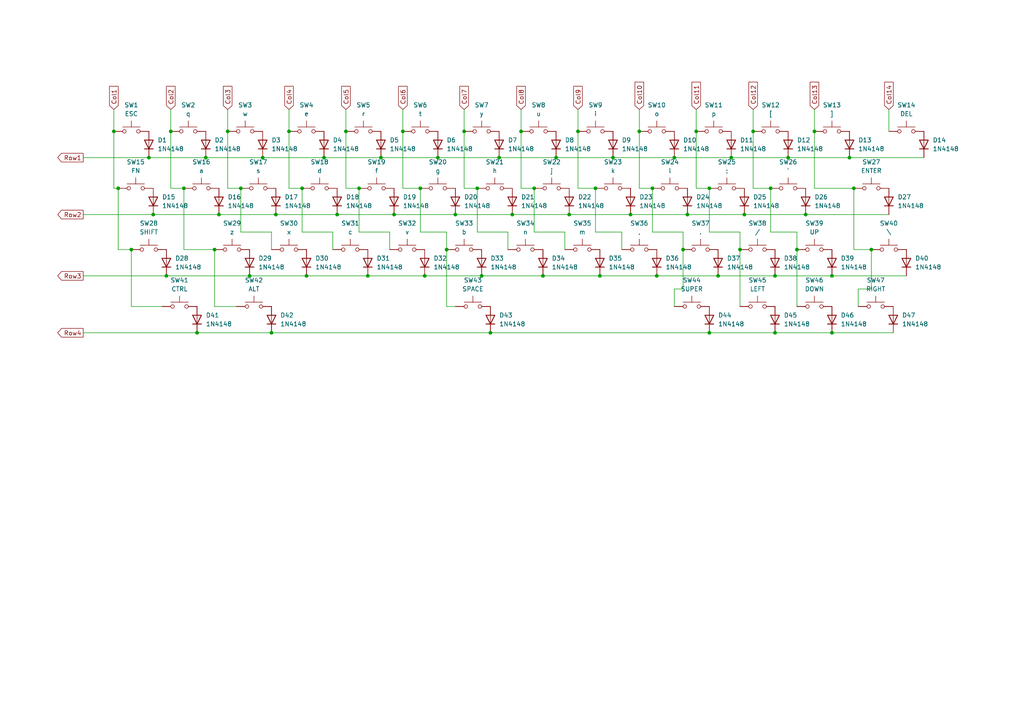
<source format=kicad_sch>
(kicad_sch (version 20250114) (generator "eeschema") (generator_version "9.0")
  (paper "A4")
  (lib_symbols
    (symbol "Diode:1N4148" (pin_numbers (hide yes)) (pin_names (hide yes))
      (property "Reference" "D" (at 0 2.54 0))
      (property "Value" "1N4148" (at 0 -2.54 0))
      (symbol "1N4148_0_1"
        (polyline (pts (xy -1.27 1.27) (xy -1.27 -1.27)) (stroke (width 0.254)))
        (polyline (pts (xy 1.27 1.27) (xy 1.27 -1.27) (xy -1.27 0) (xy 1.27 1.27)) (stroke (width 0.254)))
        (polyline (pts (xy 1.27 0) (xy -1.27 0)))
      )
      (symbol "1N4148_1_1"
        (pin passive line (at -3.81 0 0) (length 2.54) (name "K") (number "1"))
        (pin passive line (at 3.81 0 180) (length 2.54) (name "A") (number "2"))
      )
    )
    (symbol "Switch:SW_MEC_5G" (pin_numbers (hide yes)) (pin_names (offset 1.016) (hide yes))
      (property "Reference" "SW" (at 1.27 2.54 0))
      (property "Value" "SW_MEC_5G" (at 0 -1.524 0))
      (symbol "SW_MEC_5G_0_1"
        (circle (center -2.032 0) (radius 0.508))
        (polyline (pts (xy 0 1.27) (xy 0 3.048)))
        (circle (center 2.032 0) (radius 0.508))
        (polyline (pts (xy 2.54 1.27) (xy -2.54 1.27)))
        (pin passive line (at -5.08 0 0) (length 2.54) (name "A") (number "1"))
        (pin passive line (at 5.08 0 180) (length 2.54) (name "B") (number "3"))
      )
      (symbol "SW_MEC_5G_1_1"
        (pin passive line (at -5.08 0 0) (length 2.54) (hide yes) (name "A") (number "2"))
        (pin passive line (at 5.08 0 180) (length 2.54) (hide yes) (name "B") (number "4"))
      )
    )
  )
  (junction (at 33.02 38.1))
  (junction (at 110.49 45.72))
  (junction (at 215.9 62.23))
  (junction (at 195.58 45.72))
  (junction (at 57.15 96.52))
  (junction (at 80.01 62.23))
  (junction (at 177.8 45.72))
  (junction (at 212.09 45.72))
  (junction (at 157.48 80.01))
  (junction (at 173.99 80.01))
  (junction (at 132.08 62.23))
  (junction (at 59.69 45.72))
  (junction (at 69.85 54.61))
  (junction (at 205.74 96.52))
  (junction (at 106.68 80.01))
  (junction (at 49.53 38.1))
  (junction (at 116.84 38.1))
  (junction (at 231.14 72.39))
  (junction (at 44.45 62.23))
  (junction (at 48.26 80.01))
  (junction (at 139.7 80.01))
  (junction (at 127 45.72))
  (junction (at 34.29 54.61))
  (junction (at 224.79 80.01))
  (junction (at 161.29 45.72))
  (junction (at 182.88 62.23))
  (junction (at 223.52 54.61))
  (junction (at 201.93 38.1))
  (junction (at 218.44 38.1))
  (junction (at 246.38 45.72))
  (junction (at 165.1 62.23))
  (junction (at 63.5 62.23))
  (junction (at 154.94 54.61))
  (junction (at 241.3 96.52))
  (junction (at 138.43 54.61))
  (junction (at 123.19 80.01))
  (junction (at 241.3 80.01))
  (junction (at 151.13 38.1))
  (junction (at 167.64 38.1))
  (junction (at 104.14 54.61))
  (junction (at 66.04 38.1))
  (junction (at 43.18 45.72))
  (junction (at 129.54 72.39))
  (junction (at 233.68 62.23))
  (junction (at 185.42 38.1))
  (junction (at 142.24 96.52))
  (junction (at 53.34 54.61))
  (junction (at 83.82 38.1))
  (junction (at 72.39 80.01))
  (junction (at 252.73 72.39))
  (junction (at 172.72 54.61))
  (junction (at 208.28 80.01))
  (junction (at 93.98 45.72))
  (junction (at 78.74 96.52))
  (junction (at 144.78 45.72))
  (junction (at 114.3 62.23))
  (junction (at 38.1 72.39))
  (junction (at 148.59 62.23))
  (junction (at 97.79 62.23))
  (junction (at 100.33 38.1))
  (junction (at 87.63 54.61))
  (junction (at 88.9 80.01))
  (junction (at 228.6 45.72))
  (junction (at 121.92 54.61))
  (junction (at 199.39 62.23))
  (junction (at 198.12 72.39))
  (junction (at 224.79 96.52))
  (junction (at 214.63 72.39))
  (junction (at 76.2 45.72))
  (junction (at 134.62 38.1))
  (junction (at 189.23 54.61))
  (junction (at 190.5 80.01))
  (junction (at 236.22 38.1))
  (junction (at 205.74 54.61))
  (junction (at 247.65 54.61))
  (junction (at 62.23 72.39))
  (wire (pts (xy 214.63 67.31) (xy 214.63 72.39)))
  (wire (pts (xy 138.43 67.31) (xy 147.32 67.31)))
  (wire (pts (xy 201.93 31.75) (xy 201.93 38.1)))
  (wire (pts (xy 214.63 72.39) (xy 214.63 88.9)))
  (wire (pts (xy 180.34 67.31) (xy 180.34 72.39)))
  (wire (pts (xy 236.22 54.61) (xy 247.65 54.61)))
  (wire (pts (xy 110.49 45.72) (xy 127 45.72)))
  (wire (pts (xy 177.8 45.72) (xy 195.58 45.72)))
  (wire (pts (xy 252.73 83.82) (xy 248.92 83.82)))
  (wire (pts (xy 49.53 31.75) (xy 49.53 38.1)))
  (wire (pts (xy 87.63 54.61) (xy 87.63 67.31)))
  (wire (pts (xy 132.08 62.23) (xy 148.59 62.23)))
  (wire (pts (xy 195.58 45.72) (xy 212.09 45.72)))
  (wire (pts (xy 223.52 54.61) (xy 223.52 67.31)))
  (wire (pts (xy 223.52 67.31) (xy 231.14 67.31)))
  (wire (pts (xy 66.04 38.1) (xy 66.04 54.61)))
  (wire (pts (xy 205.74 96.52) (xy 224.79 96.52)))
  (wire (pts (xy 224.79 80.01) (xy 241.3 80.01)))
  (wire (pts (xy 151.13 31.75) (xy 151.13 38.1)))
  (wire (pts (xy 151.13 54.61) (xy 154.94 54.61)))
  (wire (pts (xy 116.84 31.75) (xy 116.84 38.1)))
  (wire (pts (xy 116.84 54.61) (xy 121.92 54.61)))
  (wire (pts (xy 185.42 38.1) (xy 185.42 54.61)))
  (wire (pts (xy 104.14 54.61) (xy 104.14 67.31)))
  (wire (pts (xy 201.93 38.1) (xy 201.93 54.61)))
  (wire (pts (xy 167.64 38.1) (xy 167.64 54.61)))
  (wire (pts (xy 205.74 67.31) (xy 214.63 67.31)))
  (wire (pts (xy 113.03 67.31) (xy 113.03 72.39)))
  (wire (pts (xy 127 45.72) (xy 144.78 45.72)))
  (wire (pts (xy 134.62 54.61) (xy 138.43 54.61)))
  (wire (pts (xy 163.83 67.31) (xy 163.83 72.39)))
  (wire (pts (xy 53.34 72.39) (xy 62.23 72.39)))
  (wire (pts (xy 231.14 67.31) (xy 231.14 72.39)))
  (wire (pts (xy 189.23 67.31) (xy 198.12 67.31)))
  (wire (pts (xy 198.12 72.39) (xy 198.12 83.82)))
  (wire (pts (xy 161.29 45.72) (xy 177.8 45.72)))
  (wire (pts (xy 208.28 80.01) (xy 224.79 80.01)))
  (wire (pts (xy 59.69 45.72) (xy 76.2 45.72)))
  (wire (pts (xy 218.44 31.75) (xy 218.44 38.1)))
  (wire (pts (xy 144.78 45.72) (xy 161.29 45.72)))
  (wire (pts (xy 129.54 72.39) (xy 129.54 88.9)))
  (wire (pts (xy 233.68 62.23) (xy 257.81 62.23)))
  (wire (pts (xy 24.13 62.23) (xy 44.45 62.23)))
  (wire (pts (xy 49.53 54.61) (xy 53.34 54.61)))
  (wire (pts (xy 57.15 96.52) (xy 78.74 96.52)))
  (wire (pts (xy 198.12 83.82) (xy 195.58 83.82)))
  (wire (pts (xy 78.74 96.52) (xy 142.24 96.52)))
  (wire (pts (xy 154.94 67.31) (xy 163.83 67.31)))
  (wire (pts (xy 69.85 67.31) (xy 78.74 67.31)))
  (wire (pts (xy 104.14 67.31) (xy 113.03 67.31)))
  (wire (pts (xy 172.72 54.61) (xy 172.72 67.31)))
  (wire (pts (xy 78.74 67.31) (xy 78.74 72.39)))
  (wire (pts (xy 123.19 80.01) (xy 139.7 80.01)))
  (wire (pts (xy 198.12 67.31) (xy 198.12 72.39)))
  (wire (pts (xy 88.9 80.01) (xy 106.68 80.01)))
  (wire (pts (xy 24.13 96.52) (xy 57.15 96.52)))
  (wire (pts (xy 157.48 80.01) (xy 173.99 80.01)))
  (wire (pts (xy 34.29 72.39) (xy 38.1 72.39)))
  (wire (pts (xy 215.9 62.23) (xy 233.68 62.23)))
  (wire (pts (xy 66.04 54.61) (xy 69.85 54.61)))
  (wire (pts (xy 83.82 31.75) (xy 83.82 38.1)))
  (wire (pts (xy 231.14 72.39) (xy 231.14 88.9)))
  (wire (pts (xy 83.82 38.1) (xy 83.82 54.61)))
  (wire (pts (xy 173.99 80.01) (xy 190.5 80.01)))
  (wire (pts (xy 199.39 62.23) (xy 215.9 62.23)))
  (wire (pts (xy 134.62 31.75) (xy 134.62 38.1)))
  (wire (pts (xy 205.74 54.61) (xy 205.74 67.31)))
  (wire (pts (xy 167.64 54.61) (xy 172.72 54.61)))
  (wire (pts (xy 106.68 80.01) (xy 123.19 80.01)))
  (wire (pts (xy 83.82 54.61) (xy 87.63 54.61)))
  (wire (pts (xy 34.29 54.61) (xy 34.29 72.39)))
  (wire (pts (xy 116.84 38.1) (xy 116.84 54.61)))
  (wire (pts (xy 154.94 54.61) (xy 154.94 67.31)))
  (wire (pts (xy 38.1 88.9) (xy 46.99 88.9)))
  (wire (pts (xy 138.43 54.61) (xy 138.43 67.31)))
  (wire (pts (xy 228.6 45.72) (xy 246.38 45.72)))
  (wire (pts (xy 24.13 80.01) (xy 48.26 80.01)))
  (wire (pts (xy 236.22 31.75) (xy 236.22 38.1)))
  (wire (pts (xy 121.92 67.31) (xy 129.54 67.31)))
  (wire (pts (xy 129.54 88.9) (xy 132.08 88.9)))
  (wire (pts (xy 100.33 54.61) (xy 104.14 54.61)))
  (wire (pts (xy 247.65 54.61) (xy 247.65 72.39)))
  (wire (pts (xy 114.3 62.23) (xy 132.08 62.23)))
  (wire (pts (xy 96.52 67.31) (xy 96.52 72.39)))
  (wire (pts (xy 49.53 38.1) (xy 49.53 54.61)))
  (wire (pts (xy 190.5 80.01) (xy 208.28 80.01)))
  (wire (pts (xy 172.72 67.31) (xy 180.34 67.31)))
  (wire (pts (xy 148.59 62.23) (xy 165.1 62.23)))
  (wire (pts (xy 76.2 45.72) (xy 93.98 45.72)))
  (wire (pts (xy 151.13 38.1) (xy 151.13 54.61)))
  (wire (pts (xy 33.02 31.75) (xy 33.02 38.1)))
  (wire (pts (xy 100.33 38.1) (xy 100.33 54.61)))
  (wire (pts (xy 63.5 62.23) (xy 80.01 62.23)))
  (wire (pts (xy 247.65 72.39) (xy 252.73 72.39)))
  (wire (pts (xy 212.09 45.72) (xy 228.6 45.72)))
  (wire (pts (xy 97.79 62.23) (xy 114.3 62.23)))
  (wire (pts (xy 252.73 72.39) (xy 252.73 83.82)))
  (wire (pts (xy 182.88 62.23) (xy 199.39 62.23)))
  (wire (pts (xy 189.23 54.61) (xy 189.23 67.31)))
  (wire (pts (xy 165.1 62.23) (xy 182.88 62.23)))
  (wire (pts (xy 195.58 83.82) (xy 195.58 88.9)))
  (wire (pts (xy 121.92 54.61) (xy 121.92 67.31)))
  (wire (pts (xy 38.1 72.39) (xy 38.1 88.9)))
  (wire (pts (xy 69.85 54.61) (xy 69.85 67.31)))
  (wire (pts (xy 53.34 54.61) (xy 53.34 72.39)))
  (wire (pts (xy 185.42 31.75) (xy 185.42 38.1)))
  (wire (pts (xy 241.3 96.52) (xy 259.08 96.52)))
  (wire (pts (xy 241.3 80.01) (xy 262.89 80.01)))
  (wire (pts (xy 246.38 45.72) (xy 267.97 45.72)))
  (wire (pts (xy 87.63 67.31) (xy 96.52 67.31)))
  (wire (pts (xy 80.01 62.23) (xy 97.79 62.23)))
  (wire (pts (xy 129.54 67.31) (xy 129.54 72.39)))
  (wire (pts (xy 62.23 72.39) (xy 62.23 88.9)))
  (wire (pts (xy 185.42 54.61) (xy 189.23 54.61)))
  (wire (pts (xy 167.64 31.75) (xy 167.64 38.1)))
  (wire (pts (xy 218.44 54.61) (xy 223.52 54.61)))
  (wire (pts (xy 33.02 54.61) (xy 33.02 38.1)))
  (wire (pts (xy 134.62 38.1) (xy 134.62 54.61)))
  (wire (pts (xy 257.81 31.75) (xy 257.81 38.1)))
  (wire (pts (xy 236.22 38.1) (xy 236.22 54.61)))
  (wire (pts (xy 43.18 45.72) (xy 59.69 45.72)))
  (wire (pts (xy 100.33 31.75) (xy 100.33 38.1)))
  (wire (pts (xy 201.93 54.61) (xy 205.74 54.61)))
  (wire (pts (xy 147.32 67.31) (xy 147.32 72.39)))
  (wire (pts (xy 248.92 83.82) (xy 248.92 88.9)))
  (wire (pts (xy 66.04 31.75) (xy 66.04 38.1)))
  (wire (pts (xy 142.24 96.52) (xy 205.74 96.52)))
  (wire (pts (xy 224.79 96.52) (xy 241.3 96.52)))
  (wire (pts (xy 72.39 80.01) (xy 88.9 80.01)))
  (wire (pts (xy 34.29 54.61) (xy 33.02 54.61)))
  (wire (pts (xy 62.23 88.9) (xy 68.58 88.9)))
  (wire (pts (xy 44.45 62.23) (xy 63.5 62.23)))
  (wire (pts (xy 24.13 45.72) (xy 43.18 45.72)))
  (wire (pts (xy 218.44 38.1) (xy 218.44 54.61)))
  (wire (pts (xy 139.7 80.01) (xy 157.48 80.01)))
  (wire (pts (xy 48.26 80.01) (xy 72.39 80.01)))
  (wire (pts (xy 93.98 45.72) (xy 110.49 45.72)))
  (global_label "Col13" (shape input) (at 236.22 31.75 90) (property "Intersheetrefs" "${INTERSHEET_REFS}" (effects (hide yes))))
  (global_label "Col1" (shape input) (at 33.02 31.75 90) (property "Intersheetrefs" "${INTERSHEET_REFS}" (effects (hide yes))))
  (global_label "Row4" (shape output) (at 24.13 96.52 180) (property "Intersheetrefs" "${INTERSHEET_REFS}" (effects (hide yes))))
  (global_label "Col2" (shape input) (at 49.53 31.75 90) (property "Intersheetrefs" "${INTERSHEET_REFS}" (effects (hide yes))))
  (global_label "Col8" (shape input) (at 151.13 31.75 90) (property "Intersheetrefs" "${INTERSHEET_REFS}" (effects (hide yes))))
  (global_label "Col3" (shape input) (at 66.04 31.75 90) (property "Intersheetrefs" "${INTERSHEET_REFS}" (effects (hide yes))))
  (global_label "Col11" (shape input) (at 201.93 31.75 90) (property "Intersheetrefs" "${INTERSHEET_REFS}" (effects (hide yes))))
  (global_label "Col7" (shape input) (at 134.62 31.75 90) (property "Intersheetrefs" "${INTERSHEET_REFS}" (effects (hide yes))))
  (global_label "Col6" (shape input) (at 116.84 31.75 90) (property "Intersheetrefs" "${INTERSHEET_REFS}" (effects (hide yes))))
  (global_label "Col12" (shape input) (at 218.44 31.75 90) (property "Intersheetrefs" "${INTERSHEET_REFS}" (effects (hide yes))))
  (global_label "Row2" (shape output) (at 24.13 62.23 180) (property "Intersheetrefs" "${INTERSHEET_REFS}" (effects (hide yes))))
  (global_label "Col9" (shape input) (at 167.64 31.75 90) (property "Intersheetrefs" "${INTERSHEET_REFS}" (effects (hide yes))))
  (global_label "Col5" (shape input) (at 100.33 31.75 90) (property "Intersheetrefs" "${INTERSHEET_REFS}" (effects (hide yes))))
  (global_label "Row3" (shape output) (at 24.13 80.01 180) (property "Intersheetrefs" "${INTERSHEET_REFS}" (effects (hide yes))))
  (global_label "Col14" (shape input) (at 257.81 31.75 90) (property "Intersheetrefs" "${INTERSHEET_REFS}" (effects (hide yes))))
  (global_label "Row1" (shape output) (at 24.13 45.72 180) (property "Intersheetrefs" "${INTERSHEET_REFS}" (effects (hide yes))))
  (global_label "Col10" (shape input) (at 185.42 31.75 90) (property "Intersheetrefs" "${INTERSHEET_REFS}" (effects (hide yes))))
  (global_label "Col4" (shape input) (at 83.82 31.75 90) (property "Intersheetrefs" "${INTERSHEET_REFS}" (effects (hide yes))))
  (symbol (lib_id "Switch:SW_MEC_5G") (at 39.37 54.61 0) (unit 1)
    (property "Reference" "SW15" (at 39.37 46.99 0))
    (property "Value" "FN" (at 39.37 49.53 0))
    (property "Datasheet" "http://www.apem.com/int/index.php?controller=attachment&id_attachment=488" (effects (hide yes)))
    (property "Description" "MEC 5G single pole normally-open tactile switch" (effects (hide yes)))
  )
  (symbol (lib_id "Switch:SW_MEC_5G") (at 172.72 38.1 0) (unit 1)
    (property "Reference" "SW9" (at 172.72 30.48 0))
    (property "Value" "i" (at 172.72 33.02 0))
    (property "Datasheet" "http://www.apem.com/int/index.php?controller=attachment&id_attachment=488" (effects (hide yes)))
    (property "Description" "MEC 5G single pole normally-open tactile switch" (effects (hide yes)))
  )
  (symbol (lib_id "Diode:1N4148") (at 190.5 76.2 90) (unit 1)
    (property "Reference" "D36" (at 193.04 74.9299 90) (effects (justify right)))
    (property "Value" "1N4148" (at 193.04 77.4699 90) (effects (justify right)))
    (property "Footprint" "Diode_THT:D_DO-35_SOD27_P7.62mm_Horizontal" (effects (hide yes)))
    (property "Datasheet" "https://assets.nexperia.com/documents/data-sheet/1N4148_1N4448.pdf" (effects (hide yes)))
    (property "Description" "100V 0.15A standard switching diode, DO-35" (effects (hide yes)))
    (property "Sim.Device" "D" (effects (hide yes)))
    (property "Sim.Pins" "1=K 2=A" (effects (hide yes)))
  )
  (symbol (lib_id "Switch:SW_MEC_5G") (at 127 54.61 0) (unit 1)
    (property "Reference" "SW20" (at 127 46.99 0))
    (property "Value" "g" (at 127 49.53 0))
    (property "Datasheet" "http://www.apem.com/int/index.php?controller=attachment&id_attachment=488" (effects (hide yes)))
    (property "Description" "MEC 5G single pole normally-open tactile switch" (effects (hide yes)))
  )
  (symbol (lib_id "Switch:SW_MEC_5G") (at 194.31 54.61 0) (unit 1)
    (property "Reference" "SW24" (at 194.31 46.99 0))
    (property "Value" "l" (at 194.31 49.53 0))
    (property "Datasheet" "http://www.apem.com/int/index.php?controller=attachment&id_attachment=488" (effects (hide yes)))
    (property "Description" "MEC 5G single pole normally-open tactile switch" (effects (hide yes)))
  )
  (symbol (lib_id "Switch:SW_MEC_5G") (at 219.71 88.9 0) (unit 1)
    (property "Reference" "SW45" (at 219.71 81.28 0))
    (property "Value" "LEFT" (at 219.71 83.82 0))
    (property "Datasheet" "http://www.apem.com/int/index.php?controller=attachment&id_attachment=488" (effects (hide yes)))
    (property "Description" "MEC 5G single pole normally-open tactile switch" (effects (hide yes)))
  )
  (symbol (lib_id "Diode:1N4148") (at 224.79 76.2 90) (unit 1)
    (property "Reference" "D38" (at 227.33 74.9299 90) (effects (justify right)))
    (property "Value" "1N4148" (at 227.33 77.4699 90) (effects (justify right)))
    (property "Footprint" "Diode_THT:D_DO-35_SOD27_P7.62mm_Horizontal" (effects (hide yes)))
    (property "Datasheet" "https://assets.nexperia.com/documents/data-sheet/1N4148_1N4448.pdf" (effects (hide yes)))
    (property "Description" "100V 0.15A standard switching diode, DO-35" (effects (hide yes)))
    (property "Sim.Device" "D" (effects (hide yes)))
    (property "Sim.Pins" "1=K 2=A" (effects (hide yes)))
  )
  (symbol (lib_id "Diode:1N4148") (at 114.3 58.42 90) (unit 1)
    (property "Reference" "D19" (at 116.84 57.1499 90) (effects (justify right)))
    (property "Value" "1N4148" (at 116.84 59.6899 90) (effects (justify right)))
    (property "Footprint" "Diode_THT:D_DO-35_SOD27_P7.62mm_Horizontal" (effects (hide yes)))
    (property "Datasheet" "https://assets.nexperia.com/documents/data-sheet/1N4148_1N4448.pdf" (effects (hide yes)))
    (property "Description" "100V 0.15A standard switching diode, DO-35" (effects (hide yes)))
    (property "Sim.Device" "D" (effects (hide yes)))
    (property "Sim.Pins" "1=K 2=A" (effects (hide yes)))
  )
  (symbol (lib_id "Diode:1N4148") (at 228.6 41.91 90) (unit 1)
    (property "Reference" "D12" (at 231.14 40.6399 90) (effects (justify right)))
    (property "Value" "1N4148" (at 231.14 43.1799 90) (effects (justify right)))
    (property "Footprint" "Diode_THT:D_DO-35_SOD27_P7.62mm_Horizontal" (effects (hide yes)))
    (property "Datasheet" "https://assets.nexperia.com/documents/data-sheet/1N4148_1N4448.pdf" (effects (hide yes)))
    (property "Description" "100V 0.15A standard switching diode, DO-35" (effects (hide yes)))
    (property "Sim.Device" "D" (effects (hide yes)))
    (property "Sim.Pins" "1=K 2=A" (effects (hide yes)))
  )
  (symbol (lib_id "Diode:1N4148") (at 241.3 76.2 90) (unit 1)
    (property "Reference" "D39" (at 243.84 74.9299 90) (effects (justify right)))
    (property "Value" "1N4148" (at 243.84 77.4699 90) (effects (justify right)))
    (property "Footprint" "Diode_THT:D_DO-35_SOD27_P7.62mm_Horizontal" (effects (hide yes)))
    (property "Datasheet" "https://assets.nexperia.com/documents/data-sheet/1N4148_1N4448.pdf" (effects (hide yes)))
    (property "Description" "100V 0.15A standard switching diode, DO-35" (effects (hide yes)))
    (property "Sim.Device" "D" (effects (hide yes)))
    (property "Sim.Pins" "1=K 2=A" (effects (hide yes)))
  )
  (symbol (lib_id "Diode:1N4148") (at 139.7 76.2 90) (unit 1)
    (property "Reference" "D33" (at 142.24 74.9299 90) (effects (justify right)))
    (property "Value" "1N4148" (at 142.24 77.4699 90) (effects (justify right)))
    (property "Footprint" "Diode_THT:D_DO-35_SOD27_P7.62mm_Horizontal" (effects (hide yes)))
    (property "Datasheet" "https://assets.nexperia.com/documents/data-sheet/1N4148_1N4448.pdf" (effects (hide yes)))
    (property "Description" "100V 0.15A standard switching diode, DO-35" (effects (hide yes)))
    (property "Sim.Device" "D" (effects (hide yes)))
    (property "Sim.Pins" "1=K 2=A" (effects (hide yes)))
  )
  (symbol (lib_id "Switch:SW_MEC_5G") (at 139.7 38.1 0) (unit 1)
    (property "Reference" "SW7" (at 139.7 30.48 0))
    (property "Value" "y" (at 139.7 33.02 0))
    (property "Datasheet" "http://www.apem.com/int/index.php?controller=attachment&id_attachment=488" (effects (hide yes)))
    (property "Description" "MEC 5G single pole normally-open tactile switch" (effects (hide yes)))
  )
  (symbol (lib_id "Diode:1N4148") (at 267.97 41.91 90) (unit 1)
    (property "Reference" "D14" (at 270.51 40.6399 90) (effects (justify right)))
    (property "Value" "1N4148" (at 270.51 43.1799 90) (effects (justify right)))
    (property "Footprint" "Diode_THT:D_DO-35_SOD27_P7.62mm_Horizontal" (effects (hide yes)))
    (property "Datasheet" "https://assets.nexperia.com/documents/data-sheet/1N4148_1N4448.pdf" (effects (hide yes)))
    (property "Description" "100V 0.15A standard switching diode, DO-35" (effects (hide yes)))
    (property "Sim.Device" "D" (effects (hide yes)))
    (property "Sim.Pins" "1=K 2=A" (effects (hide yes)))
  )
  (symbol (lib_id "Diode:1N4148") (at 97.79 58.42 90) (unit 1)
    (property "Reference" "D18" (at 100.33 57.1499 90) (effects (justify right)))
    (property "Value" "1N4148" (at 100.33 59.6899 90) (effects (justify right)))
    (property "Footprint" "Diode_THT:D_DO-35_SOD27_P7.62mm_Horizontal" (effects (hide yes)))
    (property "Datasheet" "https://assets.nexperia.com/documents/data-sheet/1N4148_1N4448.pdf" (effects (hide yes)))
    (property "Description" "100V 0.15A standard switching diode, DO-35" (effects (hide yes)))
    (property "Sim.Device" "D" (effects (hide yes)))
    (property "Sim.Pins" "1=K 2=A" (effects (hide yes)))
  )
  (symbol (lib_id "Switch:SW_MEC_5G") (at 236.22 72.39 0) (unit 1)
    (property "Reference" "SW39" (at 236.22 64.77 0))
    (property "Value" "UP" (at 236.22 67.31 0))
    (property "Datasheet" "http://www.apem.com/int/index.php?controller=attachment&id_attachment=488" (effects (hide yes)))
    (property "Description" "MEC 5G single pole normally-open tactile switch" (effects (hide yes)))
  )
  (symbol (lib_id "Diode:1N4148") (at 199.39 58.42 90) (unit 1)
    (property "Reference" "D24" (at 201.93 57.1499 90) (effects (justify right)))
    (property "Value" "1N4148" (at 201.93 59.6899 90) (effects (justify right)))
    (property "Footprint" "Diode_THT:D_DO-35_SOD27_P7.62mm_Horizontal" (effects (hide yes)))
    (property "Datasheet" "https://assets.nexperia.com/documents/data-sheet/1N4148_1N4448.pdf" (effects (hide yes)))
    (property "Description" "100V 0.15A standard switching diode, DO-35" (effects (hide yes)))
    (property "Sim.Device" "D" (effects (hide yes)))
    (property "Sim.Pins" "1=K 2=A" (effects (hide yes)))
  )
  (symbol (lib_id "Switch:SW_MEC_5G") (at 109.22 54.61 0) (unit 1)
    (property "Reference" "SW19" (at 109.22 46.99 0))
    (property "Value" "f" (at 109.22 49.53 0))
    (property "Datasheet" "http://www.apem.com/int/index.php?controller=attachment&id_attachment=488" (effects (hide yes)))
    (property "Description" "MEC 5G single pole normally-open tactile switch" (effects (hide yes)))
  )
  (symbol (lib_id "Diode:1N4148") (at 157.48 76.2 90) (unit 1)
    (property "Reference" "D34" (at 160.02 74.9299 90) (effects (justify right)))
    (property "Value" "1N4148" (at 160.02 77.4699 90) (effects (justify right)))
    (property "Footprint" "Diode_THT:D_DO-35_SOD27_P7.62mm_Horizontal" (effects (hide yes)))
    (property "Datasheet" "https://assets.nexperia.com/documents/data-sheet/1N4148_1N4448.pdf" (effects (hide yes)))
    (property "Description" "100V 0.15A standard switching diode, DO-35" (effects (hide yes)))
    (property "Sim.Device" "D" (effects (hide yes)))
    (property "Sim.Pins" "1=K 2=A" (effects (hide yes)))
  )
  (symbol (lib_id "Switch:SW_MEC_5G") (at 101.6 72.39 0) (unit 1)
    (property "Reference" "SW31" (at 101.6 64.77 0))
    (property "Value" "c" (at 101.6 67.31 0))
    (property "Datasheet" "http://www.apem.com/int/index.php?controller=attachment&id_attachment=488" (effects (hide yes)))
    (property "Description" "MEC 5G single pole normally-open tactile switch" (effects (hide yes)))
  )
  (symbol (lib_id "Switch:SW_MEC_5G") (at 160.02 54.61 0) (unit 1)
    (property "Reference" "SW22" (at 160.02 46.99 0))
    (property "Value" "j" (at 160.02 49.53 0))
    (property "Datasheet" "http://www.apem.com/int/index.php?controller=attachment&id_attachment=488" (effects (hide yes)))
    (property "Description" "MEC 5G single pole normally-open tactile switch" (effects (hide yes)))
  )
  (symbol (lib_id "Diode:1N4148") (at 88.9 76.2 90) (unit 1)
    (property "Reference" "D30" (at 91.44 74.9299 90) (effects (justify right)))
    (property "Value" "1N4148" (at 91.44 77.4699 90) (effects (justify right)))
    (property "Footprint" "Diode_THT:D_DO-35_SOD27_P7.62mm_Horizontal" (effects (hide yes)))
    (property "Datasheet" "https://assets.nexperia.com/documents/data-sheet/1N4148_1N4448.pdf" (effects (hide yes)))
    (property "Description" "100V 0.15A standard switching diode, DO-35" (effects (hide yes)))
    (property "Sim.Device" "D" (effects (hide yes)))
    (property "Sim.Pins" "1=K 2=A" (effects (hide yes)))
  )
  (symbol (lib_id "Diode:1N4148") (at 233.68 58.42 90) (unit 1)
    (property "Reference" "D26" (at 236.22 57.1499 90) (effects (justify right)))
    (property "Value" "1N4148" (at 236.22 59.6899 90) (effects (justify right)))
    (property "Footprint" "Diode_THT:D_DO-35_SOD27_P7.62mm_Horizontal" (effects (hide yes)))
    (property "Datasheet" "https://assets.nexperia.com/documents/data-sheet/1N4148_1N4448.pdf" (effects (hide yes)))
    (property "Description" "100V 0.15A standard switching diode, DO-35" (effects (hide yes)))
    (property "Sim.Device" "D" (effects (hide yes)))
    (property "Sim.Pins" "1=K 2=A" (effects (hide yes)))
  )
  (symbol (lib_id "Diode:1N4148") (at 110.49 41.91 90) (unit 1)
    (property "Reference" "D5" (at 113.03 40.6399 90) (effects (justify right)))
    (property "Value" "1N4148" (at 113.03 43.1799 90) (effects (justify right)))
    (property "Footprint" "Diode_THT:D_DO-35_SOD27_P7.62mm_Horizontal" (effects (hide yes)))
    (property "Datasheet" "https://assets.nexperia.com/documents/data-sheet/1N4148_1N4448.pdf" (effects (hide yes)))
    (property "Description" "100V 0.15A standard switching diode, DO-35" (effects (hide yes)))
    (property "Sim.Device" "D" (effects (hide yes)))
    (property "Sim.Pins" "1=K 2=A" (effects (hide yes)))
  )
  (symbol (lib_id "Diode:1N4148") (at 205.74 92.71 90) (unit 1)
    (property "Reference" "D44" (at 208.28 91.4399 90) (effects (justify right)))
    (property "Value" "1N4148" (at 208.28 93.9799 90) (effects (justify right)))
    (property "Footprint" "Diode_THT:D_DO-35_SOD27_P7.62mm_Horizontal" (effects (hide yes)))
    (property "Datasheet" "https://assets.nexperia.com/documents/data-sheet/1N4148_1N4448.pdf" (effects (hide yes)))
    (property "Description" "100V 0.15A standard switching diode, DO-35" (effects (hide yes)))
    (property "Sim.Device" "D" (effects (hide yes)))
    (property "Sim.Pins" "1=K 2=A" (effects (hide yes)))
  )
  (symbol (lib_id "Switch:SW_MEC_5G") (at 54.61 38.1 0) (unit 1)
    (property "Reference" "SW2" (at 54.61 30.48 0))
    (property "Value" "q" (at 54.61 33.02 0))
    (property "Datasheet" "http://www.apem.com/int/index.php?controller=attachment&id_attachment=488" (effects (hide yes)))
    (property "Description" "MEC 5G single pole normally-open tactile switch" (effects (hide yes)))
  )
  (symbol (lib_id "Switch:SW_MEC_5G") (at 203.2 72.39 0) (unit 1)
    (property "Reference" "SW37" (at 203.2 64.77 0))
    (property "Value" "." (at 203.2 67.31 0))
    (property "Datasheet" "http://www.apem.com/int/index.php?controller=attachment&id_attachment=488" (effects (hide yes)))
    (property "Description" "MEC 5G single pole normally-open tactile switch" (effects (hide yes)))
  )
  (symbol (lib_id "Switch:SW_MEC_5G") (at 223.52 38.1 0) (unit 1)
    (property "Reference" "SW12" (at 223.52 30.48 0))
    (property "Value" "[" (at 223.52 33.02 0))
    (property "Datasheet" "http://www.apem.com/int/index.php?controller=attachment&id_attachment=488" (effects (hide yes)))
    (property "Description" "MEC 5G single pole normally-open tactile switch" (effects (hide yes)))
  )
  (symbol (lib_id "Diode:1N4148") (at 76.2 41.91 90) (unit 1)
    (property "Reference" "D3" (at 78.74 40.6399 90) (effects (justify right)))
    (property "Value" "1N4148" (at 78.74 43.1799 90) (effects (justify right)))
    (property "Footprint" "Diode_THT:D_DO-35_SOD27_P7.62mm_Horizontal" (effects (hide yes)))
    (property "Datasheet" "https://assets.nexperia.com/documents/data-sheet/1N4148_1N4448.pdf" (effects (hide yes)))
    (property "Description" "100V 0.15A standard switching diode, DO-35" (effects (hide yes)))
    (property "Sim.Device" "D" (effects (hide yes)))
    (property "Sim.Pins" "1=K 2=A" (effects (hide yes)))
  )
  (symbol (lib_id "Diode:1N4148") (at 127 41.91 90) (unit 1)
    (property "Reference" "D6" (at 129.54 40.6399 90) (effects (justify right)))
    (property "Value" "1N4148" (at 129.54 43.1799 90) (effects (justify right)))
    (property "Footprint" "Diode_THT:D_DO-35_SOD27_P7.62mm_Horizontal" (effects (hide yes)))
    (property "Datasheet" "https://assets.nexperia.com/documents/data-sheet/1N4148_1N4448.pdf" (effects (hide yes)))
    (property "Description" "100V 0.15A standard switching diode, DO-35" (effects (hide yes)))
    (property "Sim.Device" "D" (effects (hide yes)))
    (property "Sim.Pins" "1=K 2=A" (effects (hide yes)))
  )
  (symbol (lib_id "Diode:1N4148") (at 224.79 92.71 90) (unit 1)
    (property "Reference" "D45" (at 227.33 91.4399 90) (effects (justify right)))
    (property "Value" "1N4148" (at 227.33 93.9799 90) (effects (justify right)))
    (property "Footprint" "Diode_THT:D_DO-35_SOD27_P7.62mm_Horizontal" (effects (hide yes)))
    (property "Datasheet" "https://assets.nexperia.com/documents/data-sheet/1N4148_1N4448.pdf" (effects (hide yes)))
    (property "Description" "100V 0.15A standard switching diode, DO-35" (effects (hide yes)))
    (property "Sim.Device" "D" (effects (hide yes)))
    (property "Sim.Pins" "1=K 2=A" (effects (hide yes)))
  )
  (symbol (lib_id "Switch:SW_MEC_5G") (at 74.93 54.61 0) (unit 1)
    (property "Reference" "SW17" (at 74.93 46.99 0))
    (property "Value" "s" (at 74.93 49.53 0))
    (property "Datasheet" "http://www.apem.com/int/index.php?controller=attachment&id_attachment=488" (effects (hide yes)))
    (property "Description" "MEC 5G single pole normally-open tactile switch" (effects (hide yes)))
  )
  (symbol (lib_id "Diode:1N4148") (at 262.89 76.2 90) (unit 1)
    (property "Reference" "D40" (at 265.43 74.9299 90) (effects (justify right)))
    (property "Value" "1N4148" (at 265.43 77.4699 90) (effects (justify right)))
    (property "Footprint" "Diode_THT:D_DO-35_SOD27_P7.62mm_Horizontal" (effects (hide yes)))
    (property "Datasheet" "https://assets.nexperia.com/documents/data-sheet/1N4148_1N4448.pdf" (effects (hide yes)))
    (property "Description" "100V 0.15A standard switching diode, DO-35" (effects (hide yes)))
    (property "Sim.Device" "D" (effects (hide yes)))
    (property "Sim.Pins" "1=K 2=A" (effects (hide yes)))
  )
  (symbol (lib_id "Diode:1N4148") (at 48.26 76.2 90) (unit 1)
    (property "Reference" "D28" (at 50.8 74.9299 90) (effects (justify right)))
    (property "Value" "1N4148" (at 50.8 77.4699 90) (effects (justify right)))
    (property "Footprint" "Diode_THT:D_DO-35_SOD27_P7.62mm_Horizontal" (effects (hide yes)))
    (property "Datasheet" "https://assets.nexperia.com/documents/data-sheet/1N4148_1N4448.pdf" (effects (hide yes)))
    (property "Description" "100V 0.15A standard switching diode, DO-35" (effects (hide yes)))
    (property "Sim.Device" "D" (effects (hide yes)))
    (property "Sim.Pins" "1=K 2=A" (effects (hide yes)))
  )
  (symbol (lib_id "Diode:1N4148") (at 212.09 41.91 90) (unit 1)
    (property "Reference" "D11" (at 214.63 40.6399 90) (effects (justify right)))
    (property "Value" "1N4148" (at 214.63 43.1799 90) (effects (justify right)))
    (property "Footprint" "Diode_THT:D_DO-35_SOD27_P7.62mm_Horizontal" (effects (hide yes)))
    (property "Datasheet" "https://assets.nexperia.com/documents/data-sheet/1N4148_1N4448.pdf" (effects (hide yes)))
    (property "Description" "100V 0.15A standard switching diode, DO-35" (effects (hide yes)))
    (property "Sim.Device" "D" (effects (hide yes)))
    (property "Sim.Pins" "1=K 2=A" (effects (hide yes)))
  )
  (symbol (lib_id "Switch:SW_MEC_5G") (at 190.5 38.1 0) (unit 1)
    (property "Reference" "SW10" (at 190.5 30.48 0))
    (property "Value" "o" (at 190.5 33.02 0))
    (property "Datasheet" "http://www.apem.com/int/index.php?controller=attachment&id_attachment=488" (effects (hide yes)))
    (property "Description" "MEC 5G single pole normally-open tactile switch" (effects (hide yes)))
  )
  (symbol (lib_id "Switch:SW_MEC_5G") (at 262.89 38.1 0) (unit 1)
    (property "Reference" "SW14" (at 262.89 30.48 0))
    (property "Value" "DEL" (at 262.89 33.02 0))
    (property "Datasheet" "http://www.apem.com/int/index.php?controller=attachment&id_attachment=488" (effects (hide yes)))
    (property "Description" "MEC 5G single pole normally-open tactile switch" (effects (hide yes)))
  )
  (symbol (lib_id "Switch:SW_MEC_5G") (at 200.66 88.9 0) (unit 1)
    (property "Reference" "SW44" (at 200.66 81.28 0))
    (property "Value" "SUPER" (at 200.66 83.82 0))
    (property "Datasheet" "http://www.apem.com/int/index.php?controller=attachment&id_attachment=488" (effects (hide yes)))
    (property "Description" "MEC 5G single pole normally-open tactile switch" (effects (hide yes)))
  )
  (symbol (lib_id "Switch:SW_MEC_5G") (at 228.6 54.61 0) (unit 1)
    (property "Reference" "SW26" (at 228.6 46.99 0))
    (property "Value" "'" (at 228.6 49.53 0))
    (property "Datasheet" "http://www.apem.com/int/index.php?controller=attachment&id_attachment=488" (effects (hide yes)))
    (property "Description" "MEC 5G single pole normally-open tactile switch" (effects (hide yes)))
  )
  (symbol (lib_id "Diode:1N4148") (at 59.69 41.91 90) (unit 1)
    (property "Reference" "D2" (at 62.23 40.6399 90) (effects (justify right)))
    (property "Value" "1N4148" (at 62.23 43.1799 90) (effects (justify right)))
    (property "Footprint" "Diode_THT:D_DO-35_SOD27_P7.62mm_Horizontal" (effects (hide yes)))
    (property "Datasheet" "https://assets.nexperia.com/documents/data-sheet/1N4148_1N4448.pdf" (effects (hide yes)))
    (property "Description" "100V 0.15A standard switching diode, DO-35" (effects (hide yes)))
    (property "Sim.Device" "D" (effects (hide yes)))
    (property "Sim.Pins" "1=K 2=A" (effects (hide yes)))
  )
  (symbol (lib_id "Diode:1N4148") (at 93.98 41.91 90) (unit 1)
    (property "Reference" "D4" (at 96.52 40.6399 90) (effects (justify right)))
    (property "Value" "1N4148" (at 96.52 43.1799 90) (effects (justify right)))
    (property "Footprint" "Diode_THT:D_DO-35_SOD27_P7.62mm_Horizontal" (effects (hide yes)))
    (property "Datasheet" "https://assets.nexperia.com/documents/data-sheet/1N4148_1N4448.pdf" (effects (hide yes)))
    (property "Description" "100V 0.15A standard switching diode, DO-35" (effects (hide yes)))
    (property "Sim.Device" "D" (effects (hide yes)))
    (property "Sim.Pins" "1=K 2=A" (effects (hide yes)))
  )
  (symbol (lib_id "Switch:SW_MEC_5G") (at 118.11 72.39 0) (unit 1)
    (property "Reference" "SW32" (at 118.11 64.77 0))
    (property "Value" "v" (at 118.11 67.31 0))
    (property "Datasheet" "http://www.apem.com/int/index.php?controller=attachment&id_attachment=488" (effects (hide yes)))
    (property "Description" "MEC 5G single pole normally-open tactile switch" (effects (hide yes)))
  )
  (symbol (lib_id "Diode:1N4148") (at 257.81 58.42 90) (unit 1)
    (property "Reference" "D27" (at 260.35 57.1499 90) (effects (justify right)))
    (property "Value" "1N4148" (at 260.35 59.6899 90) (effects (justify right)))
    (property "Footprint" "Diode_THT:D_DO-35_SOD27_P7.62mm_Horizontal" (effects (hide yes)))
    (property "Datasheet" "https://assets.nexperia.com/documents/data-sheet/1N4148_1N4448.pdf" (effects (hide yes)))
    (property "Description" "100V 0.15A standard switching diode, DO-35" (effects (hide yes)))
    (property "Sim.Device" "D" (effects (hide yes)))
    (property "Sim.Pins" "1=K 2=A" (effects (hide yes)))
  )
  (symbol (lib_id "Switch:SW_MEC_5G") (at 121.92 38.1 0) (unit 1)
    (property "Reference" "SW6" (at 121.92 30.48 0))
    (property "Value" "t" (at 121.92 33.02 0))
    (property "Datasheet" "http://www.apem.com/int/index.php?controller=attachment&id_attachment=488" (effects (hide yes)))
    (property "Description" "MEC 5G single pole normally-open tactile switch" (effects (hide yes)))
  )
  (symbol (lib_id "Diode:1N4148") (at 144.78 41.91 90) (unit 1)
    (property "Reference" "D7" (at 147.32 40.6399 90) (effects (justify right)))
    (property "Value" "1N4148" (at 147.32 43.1799 90) (effects (justify right)))
    (property "Footprint" "Diode_THT:D_DO-35_SOD27_P7.62mm_Horizontal" (effects (hide yes)))
    (property "Datasheet" "https://assets.nexperia.com/documents/data-sheet/1N4148_1N4448.pdf" (effects (hide yes)))
    (property "Description" "100V 0.15A standard switching diode, DO-35" (effects (hide yes)))
    (property "Sim.Device" "D" (effects (hide yes)))
    (property "Sim.Pins" "1=K 2=A" (effects (hide yes)))
  )
  (symbol (lib_id "Switch:SW_MEC_5G") (at 88.9 38.1 0) (unit 1)
    (property "Reference" "SW4" (at 88.9 30.48 0))
    (property "Value" "e" (at 88.9 33.02 0))
    (property "Datasheet" "http://www.apem.com/int/index.php?controller=attachment&id_attachment=488" (effects (hide yes)))
    (property "Description" "MEC 5G single pole normally-open tactile switch" (effects (hide yes)))
  )
  (symbol (lib_id "Diode:1N4148") (at 44.45 58.42 90) (unit 1)
    (property "Reference" "D15" (at 46.99 57.1499 90) (effects (justify right)))
    (property "Value" "1N4148" (at 46.99 59.6899 90) (effects (justify right)))
    (property "Footprint" "Diode_THT:D_DO-35_SOD27_P7.62mm_Horizontal" (effects (hide yes)))
    (property "Datasheet" "https://assets.nexperia.com/documents/data-sheet/1N4148_1N4448.pdf" (effects (hide yes)))
    (property "Description" "100V 0.15A standard switching diode, DO-35" (effects (hide yes)))
    (property "Sim.Device" "D" (effects (hide yes)))
    (property "Sim.Pins" "1=K 2=A" (effects (hide yes)))
  )
  (symbol (lib_id "Switch:SW_MEC_5G") (at 252.73 54.61 0) (unit 1)
    (property "Reference" "SW27" (at 252.73 46.99 0))
    (property "Value" "ENTER" (at 252.73 49.53 0))
    (property "Datasheet" "http://www.apem.com/int/index.php?controller=attachment&id_attachment=488" (effects (hide yes)))
    (property "Description" "MEC 5G single pole normally-open tactile switch" (effects (hide yes)))
  )
  (symbol (lib_id "Switch:SW_MEC_5G") (at 52.07 88.9 0) (unit 1)
    (property "Reference" "SW41" (at 52.07 81.28 0))
    (property "Value" "CTRL" (at 52.07 83.82 0))
    (property "Datasheet" "http://www.apem.com/int/index.php?controller=attachment&id_attachment=488" (effects (hide yes)))
    (property "Description" "MEC 5G single pole normally-open tactile switch" (effects (hide yes)))
  )
  (symbol (lib_id "Switch:SW_MEC_5G") (at 38.1 38.1 0) (unit 1)
    (property "Reference" "SW1" (at 38.1 30.48 0))
    (property "Value" "ESC" (at 38.1 33.02 0))
    (property "Datasheet" "http://www.apem.com/int/index.php?controller=attachment&id_attachment=488" (effects (hide yes)))
    (property "Description" "MEC 5G single pole normally-open tactile switch" (effects (hide yes)))
  )
  (symbol (lib_id "Diode:1N4148") (at 259.08 92.71 90) (unit 1)
    (property "Reference" "D47" (at 261.62 91.4399 90) (effects (justify right)))
    (property "Value" "1N4148" (at 261.62 93.9799 90) (effects (justify right)))
    (property "Footprint" "Diode_THT:D_DO-35_SOD27_P7.62mm_Horizontal" (effects (hide yes)))
    (property "Datasheet" "https://assets.nexperia.com/documents/data-sheet/1N4148_1N4448.pdf" (effects (hide yes)))
    (property "Description" "100V 0.15A standard switching diode, DO-35" (effects (hide yes)))
    (property "Sim.Device" "D" (effects (hide yes)))
    (property "Sim.Pins" "1=K 2=A" (effects (hide yes)))
  )
  (symbol (lib_id "Switch:SW_MEC_5G") (at 43.18 72.39 0) (unit 1)
    (property "Reference" "SW28" (at 43.18 64.77 0))
    (property "Value" "SHIFT" (at 43.18 67.31 0))
    (property "Datasheet" "http://www.apem.com/int/index.php?controller=attachment&id_attachment=488" (effects (hide yes)))
    (property "Description" "MEC 5G single pole normally-open tactile switch" (effects (hide yes)))
  )
  (symbol (lib_id "Switch:SW_MEC_5G") (at 168.91 72.39 0) (unit 1)
    (property "Reference" "SW35" (at 168.91 64.77 0))
    (property "Value" "m" (at 168.91 67.31 0))
    (property "Datasheet" "http://www.apem.com/int/index.php?controller=attachment&id_attachment=488" (effects (hide yes)))
    (property "Description" "MEC 5G single pole normally-open tactile switch" (effects (hide yes)))
  )
  (symbol (lib_id "Diode:1N4148") (at 106.68 76.2 90) (unit 1)
    (property "Reference" "D31" (at 109.22 74.9299 90) (effects (justify right)))
    (property "Value" "1N4148" (at 109.22 77.4699 90) (effects (justify right)))
    (property "Footprint" "Diode_THT:D_DO-35_SOD27_P7.62mm_Horizontal" (effects (hide yes)))
    (property "Datasheet" "https://assets.nexperia.com/documents/data-sheet/1N4148_1N4448.pdf" (effects (hide yes)))
    (property "Description" "100V 0.15A standard switching diode, DO-35" (effects (hide yes)))
    (property "Sim.Device" "D" (effects (hide yes)))
    (property "Sim.Pins" "1=K 2=A" (effects (hide yes)))
  )
  (symbol (lib_id "Diode:1N4148") (at 57.15 92.71 90) (unit 1)
    (property "Reference" "D41" (at 59.69 91.4399 90) (effects (justify right)))
    (property "Value" "1N4148" (at 59.69 93.9799 90) (effects (justify right)))
    (property "Footprint" "Diode_THT:D_DO-35_SOD27_P7.62mm_Horizontal" (effects (hide yes)))
    (property "Datasheet" "https://assets.nexperia.com/documents/data-sheet/1N4148_1N4448.pdf" (effects (hide yes)))
    (property "Description" "100V 0.15A standard switching diode, DO-35" (effects (hide yes)))
    (property "Sim.Device" "D" (effects (hide yes)))
    (property "Sim.Pins" "1=K 2=A" (effects (hide yes)))
  )
  (symbol (lib_id "Switch:SW_MEC_5G") (at 257.81 72.39 0) (unit 1)
    (property "Reference" "SW40" (at 257.81 64.77 0))
    (property "Value" "\\" (at 257.81 67.31 0))
    (property "Datasheet" "http://www.apem.com/int/index.php?controller=attachment&id_attachment=488" (effects (hide yes)))
    (property "Description" "MEC 5G single pole normally-open tactile switch" (effects (hide yes)))
  )
  (symbol (lib_id "Diode:1N4148") (at 246.38 41.91 90) (unit 1)
    (property "Reference" "D13" (at 248.92 40.6399 90) (effects (justify right)))
    (property "Value" "1N4148" (at 248.92 43.1799 90) (effects (justify right)))
    (property "Footprint" "Diode_THT:D_DO-35_SOD27_P7.62mm_Horizontal" (effects (hide yes)))
    (property "Datasheet" "https://assets.nexperia.com/documents/data-sheet/1N4148_1N4448.pdf" (effects (hide yes)))
    (property "Description" "100V 0.15A standard switching diode, DO-35" (effects (hide yes)))
    (property "Sim.Device" "D" (effects (hide yes)))
    (property "Sim.Pins" "1=K 2=A" (effects (hide yes)))
  )
  (symbol (lib_id "Switch:SW_MEC_5G") (at 185.42 72.39 0) (unit 1)
    (property "Reference" "SW36" (at 185.42 64.77 0))
    (property "Value" "," (at 185.42 67.31 0))
    (property "Datasheet" "http://www.apem.com/int/index.php?controller=attachment&id_attachment=488" (effects (hide yes)))
    (property "Description" "MEC 5G single pole normally-open tactile switch" (effects (hide yes)))
  )
  (symbol (lib_id "Diode:1N4148") (at 43.18 41.91 90) (unit 1)
    (property "Reference" "D1" (at 45.72 40.6399 90) (effects (justify right)))
    (property "Value" "1N4148" (at 45.72 43.1799 90) (effects (justify right)))
    (property "Footprint" "Diode_THT:D_DO-35_SOD27_P7.62mm_Horizontal" (effects (hide yes)))
    (property "Datasheet" "https://assets.nexperia.com/documents/data-sheet/1N4148_1N4448.pdf" (effects (hide yes)))
    (property "Description" "100V 0.15A standard switching diode, DO-35" (effects (hide yes)))
    (property "Sim.Device" "D" (effects (hide yes)))
    (property "Sim.Pins" "1=K 2=A" (effects (hide yes)))
  )
  (symbol (lib_id "Switch:SW_MEC_5G") (at 143.51 54.61 0) (unit 1)
    (property "Reference" "SW21" (at 143.51 46.99 0))
    (property "Value" "h" (at 143.51 49.53 0))
    (property "Datasheet" "http://www.apem.com/int/index.php?controller=attachment&id_attachment=488" (effects (hide yes)))
    (property "Description" "MEC 5G single pole normally-open tactile switch" (effects (hide yes)))
  )
  (symbol (lib_id "Switch:SW_MEC_5G") (at 137.16 88.9 0) (unit 1)
    (property "Reference" "SW43" (at 137.16 81.28 0))
    (property "Value" "SPACE" (at 137.16 83.82 0))
    (property "Datasheet" "http://www.apem.com/int/index.php?controller=attachment&id_attachment=488" (effects (hide yes)))
    (property "Description" "MEC 5G single pole normally-open tactile switch" (effects (hide yes)))
  )
  (symbol (lib_id "Switch:SW_MEC_5G") (at 219.71 72.39 0) (unit 1)
    (property "Reference" "SW38" (at 219.71 64.77 0))
    (property "Value" "/" (at 219.71 67.31 0))
    (property "Datasheet" "http://www.apem.com/int/index.php?controller=attachment&id_attachment=488" (effects (hide yes)))
    (property "Description" "MEC 5G single pole normally-open tactile switch" (effects (hide yes)))
  )
  (symbol (lib_id "Diode:1N4148") (at 148.59 58.42 90) (unit 1)
    (property "Reference" "D21" (at 151.13 57.1499 90) (effects (justify right)))
    (property "Value" "1N4148" (at 151.13 59.6899 90) (effects (justify right)))
    (property "Footprint" "Diode_THT:D_DO-35_SOD27_P7.62mm_Horizontal" (effects (hide yes)))
    (property "Datasheet" "https://assets.nexperia.com/documents/data-sheet/1N4148_1N4448.pdf" (effects (hide yes)))
    (property "Description" "100V 0.15A standard switching diode, DO-35" (effects (hide yes)))
    (property "Sim.Device" "D" (effects (hide yes)))
    (property "Sim.Pins" "1=K 2=A" (effects (hide yes)))
  )
  (symbol (lib_id "Switch:SW_MEC_5G") (at 83.82 72.39 0) (unit 1)
    (property "Reference" "SW30" (at 83.82 64.77 0))
    (property "Value" "x" (at 83.82 67.31 0))
    (property "Datasheet" "http://www.apem.com/int/index.php?controller=attachment&id_attachment=488" (effects (hide yes)))
    (property "Description" "MEC 5G single pole normally-open tactile switch" (effects (hide yes)))
  )
  (symbol (lib_id "Switch:SW_MEC_5G") (at 58.42 54.61 0) (unit 1)
    (property "Reference" "SW16" (at 58.42 46.99 0))
    (property "Value" "a" (at 58.42 49.53 0))
    (property "Datasheet" "http://www.apem.com/int/index.php?controller=attachment&id_attachment=488" (effects (hide yes)))
    (property "Description" "MEC 5G single pole normally-open tactile switch" (effects (hide yes)))
  )
  (symbol (lib_id "Switch:SW_MEC_5G") (at 254 88.9 0) (unit 1)
    (property "Reference" "SW47" (at 254 81.28 0))
    (property "Value" "RIGHT" (at 254 83.82 0))
    (property "Datasheet" "http://www.apem.com/int/index.php?controller=attachment&id_attachment=488" (effects (hide yes)))
    (property "Description" "MEC 5G single pole normally-open tactile switch" (effects (hide yes)))
  )
  (symbol (lib_id "Switch:SW_MEC_5G") (at 207.01 38.1 0) (unit 1)
    (property "Reference" "SW11" (at 207.01 30.48 0))
    (property "Value" "p" (at 207.01 33.02 0))
    (property "Datasheet" "http://www.apem.com/int/index.php?controller=attachment&id_attachment=488" (effects (hide yes)))
    (property "Description" "MEC 5G single pole normally-open tactile switch" (effects (hide yes)))
  )
  (symbol (lib_id "Switch:SW_MEC_5G") (at 134.62 72.39 0) (unit 1)
    (property "Reference" "SW33" (at 134.62 64.77 0))
    (property "Value" "b" (at 134.62 67.31 0))
    (property "Datasheet" "http://www.apem.com/int/index.php?controller=attachment&id_attachment=488" (effects (hide yes)))
    (property "Description" "MEC 5G single pole normally-open tactile switch" (effects (hide yes)))
  )
  (symbol (lib_id "Diode:1N4148") (at 241.3 92.71 90) (unit 1)
    (property "Reference" "D46" (at 243.84 91.4399 90) (effects (justify right)))
    (property "Value" "1N4148" (at 243.84 93.9799 90) (effects (justify right)))
    (property "Footprint" "Diode_THT:D_DO-35_SOD27_P7.62mm_Horizontal" (effects (hide yes)))
    (property "Datasheet" "https://assets.nexperia.com/documents/data-sheet/1N4148_1N4448.pdf" (effects (hide yes)))
    (property "Description" "100V 0.15A standard switching diode, DO-35" (effects (hide yes)))
    (property "Sim.Device" "D" (effects (hide yes)))
    (property "Sim.Pins" "1=K 2=A" (effects (hide yes)))
  )
  (symbol (lib_id "Diode:1N4148") (at 72.39 76.2 90) (unit 1)
    (property "Reference" "D29" (at 74.93 74.9299 90) (effects (justify right)))
    (property "Value" "1N4148" (at 74.93 77.4699 90) (effects (justify right)))
    (property "Footprint" "Diode_THT:D_DO-35_SOD27_P7.62mm_Horizontal" (effects (hide yes)))
    (property "Datasheet" "https://assets.nexperia.com/documents/data-sheet/1N4148_1N4448.pdf" (effects (hide yes)))
    (property "Description" "100V 0.15A standard switching diode, DO-35" (effects (hide yes)))
    (property "Sim.Device" "D" (effects (hide yes)))
    (property "Sim.Pins" "1=K 2=A" (effects (hide yes)))
  )
  (symbol (lib_id "Diode:1N4148") (at 165.1 58.42 90) (unit 1)
    (property "Reference" "D22" (at 167.64 57.1499 90) (effects (justify right)))
    (property "Value" "1N4148" (at 167.64 59.6899 90) (effects (justify right)))
    (property "Footprint" "Diode_THT:D_DO-35_SOD27_P7.62mm_Horizontal" (effects (hide yes)))
    (property "Datasheet" "https://assets.nexperia.com/documents/data-sheet/1N4148_1N4448.pdf" (effects (hide yes)))
    (property "Description" "100V 0.15A standard switching diode, DO-35" (effects (hide yes)))
    (property "Sim.Device" "D" (effects (hide yes)))
    (property "Sim.Pins" "1=K 2=A" (effects (hide yes)))
  )
  (symbol (lib_id "Switch:SW_MEC_5G") (at 236.22 88.9 0) (unit 1)
    (property "Reference" "SW46" (at 236.22 81.28 0))
    (property "Value" "DOWN" (at 236.22 83.82 0))
    (property "Datasheet" "http://www.apem.com/int/index.php?controller=attachment&id_attachment=488" (effects (hide yes)))
    (property "Description" "MEC 5G single pole normally-open tactile switch" (effects (hide yes)))
  )
  (symbol (lib_id "Switch:SW_MEC_5G") (at 92.71 54.61 0) (unit 1)
    (property "Reference" "SW18" (at 92.71 46.99 0))
    (property "Value" "d" (at 92.71 49.53 0))
    (property "Datasheet" "http://www.apem.com/int/index.php?controller=attachment&id_attachment=488" (effects (hide yes)))
    (property "Description" "MEC 5G single pole normally-open tactile switch" (effects (hide yes)))
  )
  (symbol (lib_id "Diode:1N4148") (at 182.88 58.42 90) (unit 1)
    (property "Reference" "D23" (at 185.42 57.1499 90) (effects (justify right)))
    (property "Value" "1N4148" (at 185.42 59.6899 90) (effects (justify right)))
    (property "Footprint" "Diode_THT:D_DO-35_SOD27_P7.62mm_Horizontal" (effects (hide yes)))
    (property "Datasheet" "https://assets.nexperia.com/documents/data-sheet/1N4148_1N4448.pdf" (effects (hide yes)))
    (property "Description" "100V 0.15A standard switching diode, DO-35" (effects (hide yes)))
    (property "Sim.Device" "D" (effects (hide yes)))
    (property "Sim.Pins" "1=K 2=A" (effects (hide yes)))
  )
  (symbol (lib_id "Diode:1N4148") (at 132.08 58.42 90) (unit 1)
    (property "Reference" "D20" (at 134.62 57.1499 90) (effects (justify right)))
    (property "Value" "1N4148" (at 134.62 59.6899 90) (effects (justify right)))
    (property "Footprint" "Diode_THT:D_DO-35_SOD27_P7.62mm_Horizontal" (effects (hide yes)))
    (property "Datasheet" "https://assets.nexperia.com/documents/data-sheet/1N4148_1N4448.pdf" (effects (hide yes)))
    (property "Description" "100V 0.15A standard switching diode, DO-35" (effects (hide yes)))
    (property "Sim.Device" "D" (effects (hide yes)))
    (property "Sim.Pins" "1=K 2=A" (effects (hide yes)))
  )
  (symbol (lib_id "Diode:1N4148") (at 173.99 76.2 90) (unit 1)
    (property "Reference" "D35" (at 176.53 74.9299 90) (effects (justify right)))
    (property "Value" "1N4148" (at 176.53 77.4699 90) (effects (justify right)))
    (property "Footprint" "Diode_THT:D_DO-35_SOD27_P7.62mm_Horizontal" (effects (hide yes)))
    (property "Datasheet" "https://assets.nexperia.com/documents/data-sheet/1N4148_1N4448.pdf" (effects (hide yes)))
    (property "Description" "100V 0.15A standard switching diode, DO-35" (effects (hide yes)))
    (property "Sim.Device" "D" (effects (hide yes)))
    (property "Sim.Pins" "1=K 2=A" (effects (hide yes)))
  )
  (symbol (lib_id "Switch:SW_MEC_5G") (at 71.12 38.1 0) (unit 1)
    (property "Reference" "SW3" (at 71.12 30.48 0))
    (property "Value" "w" (at 71.12 33.02 0))
    (property "Datasheet" "http://www.apem.com/int/index.php?controller=attachment&id_attachment=488" (effects (hide yes)))
    (property "Description" "MEC 5G single pole normally-open tactile switch" (effects (hide yes)))
  )
  (symbol (lib_id "Diode:1N4148") (at 161.29 41.91 90) (unit 1)
    (property "Reference" "D8" (at 163.83 40.6399 90) (effects (justify right)))
    (property "Value" "1N4148" (at 163.83 43.1799 90) (effects (justify right)))
    (property "Footprint" "Diode_THT:D_DO-35_SOD27_P7.62mm_Horizontal" (effects (hide yes)))
    (property "Datasheet" "https://assets.nexperia.com/documents/data-sheet/1N4148_1N4448.pdf" (effects (hide yes)))
    (property "Description" "100V 0.15A standard switching diode, DO-35" (effects (hide yes)))
    (property "Sim.Device" "D" (effects (hide yes)))
    (property "Sim.Pins" "1=K 2=A" (effects (hide yes)))
  )
  (symbol (lib_id "Diode:1N4148") (at 142.24 92.71 90) (unit 1)
    (property "Reference" "D43" (at 144.78 91.4399 90) (effects (justify right)))
    (property "Value" "1N4148" (at 144.78 93.9799 90) (effects (justify right)))
    (property "Footprint" "Diode_THT:D_DO-35_SOD27_P7.62mm_Horizontal" (effects (hide yes)))
    (property "Datasheet" "https://assets.nexperia.com/documents/data-sheet/1N4148_1N4448.pdf" (effects (hide yes)))
    (property "Description" "100V 0.15A standard switching diode, DO-35" (effects (hide yes)))
    (property "Sim.Device" "D" (effects (hide yes)))
    (property "Sim.Pins" "1=K 2=A" (effects (hide yes)))
  )
  (symbol (lib_id "Diode:1N4148") (at 177.8 41.91 90) (unit 1)
    (property "Reference" "D9" (at 180.34 40.6399 90) (effects (justify right)))
    (property "Value" "1N4148" (at 180.34 43.1799 90) (effects (justify right)))
    (property "Footprint" "Diode_THT:D_DO-35_SOD27_P7.62mm_Horizontal" (effects (hide yes)))
    (property "Datasheet" "https://assets.nexperia.com/documents/data-sheet/1N4148_1N4448.pdf" (effects (hide yes)))
    (property "Description" "100V 0.15A standard switching diode, DO-35" (effects (hide yes)))
    (property "Sim.Device" "D" (effects (hide yes)))
    (property "Sim.Pins" "1=K 2=A" (effects (hide yes)))
  )
  (symbol (lib_id "Switch:SW_MEC_5G") (at 152.4 72.39 0) (unit 1)
    (property "Reference" "SW34" (at 152.4 64.77 0))
    (property "Value" "n" (at 152.4 67.31 0))
    (property "Datasheet" "http://www.apem.com/int/index.php?controller=attachment&id_attachment=488" (effects (hide yes)))
    (property "Description" "MEC 5G single pole normally-open tactile switch" (effects (hide yes)))
  )
  (symbol (lib_id "Switch:SW_MEC_5G") (at 210.82 54.61 0) (unit 1)
    (property "Reference" "SW25" (at 210.82 46.99 0))
    (property "Value" ";" (at 210.82 49.53 0))
    (property "Datasheet" "http://www.apem.com/int/index.php?controller=attachment&id_attachment=488" (effects (hide yes)))
    (property "Description" "MEC 5G single pole normally-open tactile switch" (effects (hide yes)))
  )
  (symbol (lib_id "Diode:1N4148") (at 123.19 76.2 90) (unit 1)
    (property "Reference" "D32" (at 125.73 74.9299 90) (effects (justify right)))
    (property "Value" "1N4148" (at 125.73 77.4699 90) (effects (justify right)))
    (property "Footprint" "Diode_THT:D_DO-35_SOD27_P7.62mm_Horizontal" (effects (hide yes)))
    (property "Datasheet" "https://assets.nexperia.com/documents/data-sheet/1N4148_1N4448.pdf" (effects (hide yes)))
    (property "Description" "100V 0.15A standard switching diode, DO-35" (effects (hide yes)))
    (property "Sim.Device" "D" (effects (hide yes)))
    (property "Sim.Pins" "1=K 2=A" (effects (hide yes)))
  )
  (symbol (lib_id "Diode:1N4148") (at 208.28 76.2 90) (unit 1)
    (property "Reference" "D37" (at 210.82 74.9299 90) (effects (justify right)))
    (property "Value" "1N4148" (at 210.82 77.4699 90) (effects (justify right)))
    (property "Footprint" "Diode_THT:D_DO-35_SOD27_P7.62mm_Horizontal" (effects (hide yes)))
    (property "Datasheet" "https://assets.nexperia.com/documents/data-sheet/1N4148_1N4448.pdf" (effects (hide yes)))
    (property "Description" "100V 0.15A standard switching diode, DO-35" (effects (hide yes)))
    (property "Sim.Device" "D" (effects (hide yes)))
    (property "Sim.Pins" "1=K 2=A" (effects (hide yes)))
  )
  (symbol (lib_id "Switch:SW_MEC_5G") (at 241.3 38.1 0) (unit 1)
    (property "Reference" "SW13" (at 241.3 30.48 0))
    (property "Value" "]" (at 241.3 33.02 0))
    (property "Datasheet" "http://www.apem.com/int/index.php?controller=attachment&id_attachment=488" (effects (hide yes)))
    (property "Description" "MEC 5G single pole normally-open tactile switch" (effects (hide yes)))
  )
  (symbol (lib_id "Diode:1N4148") (at 195.58 41.91 90) (unit 1)
    (property "Reference" "D10" (at 198.12 40.6399 90) (effects (justify right)))
    (property "Value" "1N4148" (at 198.12 43.1799 90) (effects (justify right)))
    (property "Footprint" "Diode_THT:D_DO-35_SOD27_P7.62mm_Horizontal" (effects (hide yes)))
    (property "Datasheet" "https://assets.nexperia.com/documents/data-sheet/1N4148_1N4448.pdf" (effects (hide yes)))
    (property "Description" "100V 0.15A standard switching diode, DO-35" (effects (hide yes)))
    (property "Sim.Device" "D" (effects (hide yes)))
    (property "Sim.Pins" "1=K 2=A" (effects (hide yes)))
  )
  (symbol (lib_id "Diode:1N4148") (at 78.74 92.71 90) (unit 1)
    (property "Reference" "D42" (at 81.28 91.4399 90) (effects (justify right)))
    (property "Value" "1N4148" (at 81.28 93.9799 90) (effects (justify right)))
    (property "Footprint" "Diode_THT:D_DO-35_SOD27_P7.62mm_Horizontal" (effects (hide yes)))
    (property "Datasheet" "https://assets.nexperia.com/documents/data-sheet/1N4148_1N4448.pdf" (effects (hide yes)))
    (property "Description" "100V 0.15A standard switching diode, DO-35" (effects (hide yes)))
    (property "Sim.Device" "D" (effects (hide yes)))
    (property "Sim.Pins" "1=K 2=A" (effects (hide yes)))
  )
  (symbol (lib_id "Switch:SW_MEC_5G") (at 156.21 38.1 0) (unit 1)
    (property "Reference" "SW8" (at 156.21 30.48 0))
    (property "Value" "u" (at 156.21 33.02 0))
    (property "Datasheet" "http://www.apem.com/int/index.php?controller=attachment&id_attachment=488" (effects (hide yes)))
    (property "Description" "MEC 5G single pole normally-open tactile switch" (effects (hide yes)))
  )
  (symbol (lib_id "Diode:1N4148") (at 63.5 58.42 90) (unit 1)
    (property "Reference" "D16" (at 66.04 57.1499 90) (effects (justify right)))
    (property "Value" "1N4148" (at 66.04 59.6899 90) (effects (justify right)))
    (property "Footprint" "Diode_THT:D_DO-35_SOD27_P7.62mm_Horizontal" (effects (hide yes)))
    (property "Datasheet" "https://assets.nexperia.com/documents/data-sheet/1N4148_1N4448.pdf" (effects (hide yes)))
    (property "Description" "100V 0.15A standard switching diode, DO-35" (effects (hide yes)))
    (property "Sim.Device" "D" (effects (hide yes)))
    (property "Sim.Pins" "1=K 2=A" (effects (hide yes)))
  )
  (symbol (lib_id "Switch:SW_MEC_5G") (at 73.66 88.9 0) (unit 1)
    (property "Reference" "SW42" (at 73.66 81.28 0))
    (property "Value" "ALT" (at 73.66 83.82 0))
    (property "Datasheet" "http://www.apem.com/int/index.php?controller=attachment&id_attachment=488" (effects (hide yes)))
    (property "Description" "MEC 5G single pole normally-open tactile switch" (effects (hide yes)))
  )
  (symbol (lib_id "Diode:1N4148") (at 80.01 58.42 90) (unit 1)
    (property "Reference" "D17" (at 82.55 57.1499 90) (effects (justify right)))
    (property "Value" "1N4148" (at 82.55 59.6899 90) (effects (justify right)))
    (property "Footprint" "Diode_THT:D_DO-35_SOD27_P7.62mm_Horizontal" (effects (hide yes)))
    (property "Datasheet" "https://assets.nexperia.com/documents/data-sheet/1N4148_1N4448.pdf" (effects (hide yes)))
    (property "Description" "100V 0.15A standard switching diode, DO-35" (effects (hide yes)))
    (property "Sim.Device" "D" (effects (hide yes)))
    (property "Sim.Pins" "1=K 2=A" (effects (hide yes)))
  )
  (symbol (lib_id "Switch:SW_MEC_5G") (at 177.8 54.61 0) (unit 1)
    (property "Reference" "SW23" (at 177.8 46.99 0))
    (property "Value" "k" (at 177.8 49.53 0))
    (property "Datasheet" "http://www.apem.com/int/index.php?controller=attachment&id_attachment=488" (effects (hide yes)))
    (property "Description" "MEC 5G single pole normally-open tactile switch" (effects (hide yes)))
  )
  (symbol (lib_id "Switch:SW_MEC_5G") (at 105.41 38.1 0) (unit 1)
    (property "Reference" "SW5" (at 105.41 30.48 0))
    (property "Value" "r" (at 105.41 33.02 0))
    (property "Datasheet" "http://www.apem.com/int/index.php?controller=attachment&id_attachment=488" (effects (hide yes)))
    (property "Description" "MEC 5G single pole normally-open tactile switch" (effects (hide yes)))
  )
  (symbol (lib_id "Diode:1N4148") (at 215.9 58.42 90) (unit 1)
    (property "Reference" "D25" (at 218.44 57.1499 90) (effects (justify right)))
    (property "Value" "1N4148" (at 218.44 59.6899 90) (effects (justify right)))
    (property "Footprint" "Diode_THT:D_DO-35_SOD27_P7.62mm_Horizontal" (effects (hide yes)))
    (property "Datasheet" "https://assets.nexperia.com/documents/data-sheet/1N4148_1N4448.pdf" (effects (hide yes)))
    (property "Description" "100V 0.15A standard switching diode, DO-35" (effects (hide yes)))
    (property "Sim.Device" "D" (effects (hide yes)))
    (property "Sim.Pins" "1=K 2=A" (effects (hide yes)))
  )
  (symbol (lib_id "Switch:SW_MEC_5G") (at 67.31 72.39 0) (unit 1)
    (property "Reference" "SW29" (at 67.31 64.77 0))
    (property "Value" "z" (at 67.31 67.31 0))
    (property "Datasheet" "http://www.apem.com/int/index.php?controller=attachment&id_attachment=488" (effects (hide yes)))
    (property "Description" "MEC 5G single pole normally-open tactile switch" (effects (hide yes)))
  )
)
</source>
